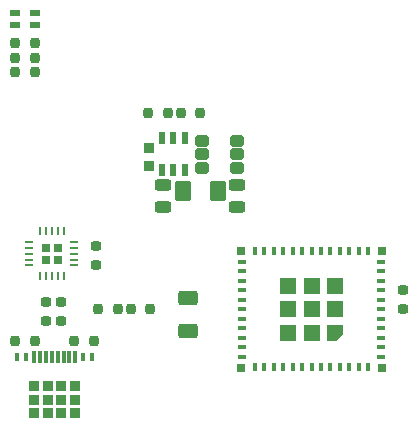
<source format=gbr>
%TF.GenerationSoftware,KiCad,Pcbnew,(6.0.2-0)*%
%TF.CreationDate,2022-03-07T07:03:39+00:00*%
%TF.ProjectId,Display,44697370-6c61-4792-9e6b-696361645f70,5*%
%TF.SameCoordinates,Original*%
%TF.FileFunction,Paste,Top*%
%TF.FilePolarity,Positive*%
%FSLAX46Y46*%
G04 Gerber Fmt 4.6, Leading zero omitted, Abs format (unit mm)*
G04 Created by KiCad (PCBNEW (6.0.2-0)) date 2022-03-07 07:03:39*
%MOMM*%
%LPD*%
G01*
G04 APERTURE LIST*
G04 Aperture macros list*
%AMRoundRect*
0 Rectangle with rounded corners*
0 $1 Rounding radius*
0 $2 $3 $4 $5 $6 $7 $8 $9 X,Y pos of 4 corners*
0 Add a 4 corners polygon primitive as box body*
4,1,4,$2,$3,$4,$5,$6,$7,$8,$9,$2,$3,0*
0 Add four circle primitives for the rounded corners*
1,1,$1+$1,$2,$3*
1,1,$1+$1,$4,$5*
1,1,$1+$1,$6,$7*
1,1,$1+$1,$8,$9*
0 Add four rect primitives between the rounded corners*
20,1,$1+$1,$2,$3,$4,$5,0*
20,1,$1+$1,$4,$5,$6,$7,0*
20,1,$1+$1,$6,$7,$8,$9,0*
20,1,$1+$1,$8,$9,$2,$3,0*%
%AMFreePoly0*
4,1,6,0.696000,-0.696000,-0.696000,-0.696000,-0.696000,0.118488,-0.118488,0.696000,0.696000,0.696000,0.696000,-0.696000,0.696000,-0.696000,$1*%
G04 Aperture macros list end*
%ADD10RoundRect,0.186000X-0.189000X-0.189000X0.189000X-0.189000X0.189000X0.189000X-0.189000X0.189000X0*%
%ADD11RoundRect,0.048500X-0.287500X-0.071500X0.287500X-0.071500X0.287500X0.071500X-0.287500X0.071500X0*%
%ADD12RoundRect,0.057500X-0.062500X-0.278500X0.062500X-0.278500X0.062500X0.278500X-0.062500X0.278500X0*%
%ADD13RoundRect,0.184000X0.272000X-0.200000X0.272000X0.200000X-0.272000X0.200000X-0.272000X-0.200000X0*%
%ADD14R,0.816000X0.480000*%
%ADD15RoundRect,0.184000X0.200000X0.272000X-0.200000X0.272000X-0.200000X-0.272000X0.200000X-0.272000X0*%
%ADD16RoundRect,0.232500X-0.232500X-0.232500X0.232500X-0.232500X0.232500X0.232500X-0.232500X0.232500X0*%
%ADD17R,0.420000X0.798000*%
%ADD18RoundRect,0.069000X-0.075000X-0.478200X0.075000X-0.478200X0.075000X0.478200X-0.075000X0.478200X0*%
%ADD19RoundRect,0.184000X-0.200000X-0.272000X0.200000X-0.272000X0.200000X0.272000X-0.200000X0.272000X0*%
%ADD20R,0.768000X0.384000*%
%ADD21R,0.384000X0.768000*%
%ADD22FreePoly0,180.000000*%
%ADD23R,1.392000X1.392000*%
%ADD24R,0.672000X0.672000*%
%ADD25RoundRect,0.225000X0.615000X-0.375000X0.615000X0.375000X-0.615000X0.375000X-0.615000X-0.375000X0*%
%ADD26RoundRect,0.207000X0.249000X-0.225000X0.249000X0.225000X-0.249000X0.225000X-0.249000X-0.225000X0*%
%ADD27RoundRect,0.250000X-0.350000X-0.250000X0.350000X-0.250000X0.350000X0.250000X-0.350000X0.250000X0*%
%ADD28RoundRect,0.220875X-0.463125X-0.619125X0.463125X-0.619125X0.463125X0.619125X-0.463125X0.619125X0*%
%ADD29R,0.576000X1.056000*%
%ADD30RoundRect,0.230000X-0.466000X0.250000X-0.466000X-0.250000X0.466000X-0.250000X0.466000X0.250000X0*%
G04 APERTURE END LIST*
D10*
%TO.C,U3*%
X88250000Y-136850000D03*
X87250000Y-136850000D03*
X87250000Y-135850000D03*
X88250000Y-135850000D03*
D11*
X85850000Y-135350000D03*
X85850000Y-135850000D03*
X85850000Y-136350000D03*
X85850000Y-136850000D03*
X85850000Y-137350000D03*
D12*
X86750000Y-138250000D03*
X87250000Y-138250000D03*
X87750000Y-138250000D03*
X88250000Y-138250000D03*
X88750000Y-138250000D03*
D11*
X89650000Y-137350000D03*
X89650000Y-136850000D03*
X89650000Y-136350000D03*
X89650000Y-135850000D03*
X89650000Y-135350000D03*
D12*
X88750000Y-134450000D03*
X88250000Y-134450000D03*
X87750000Y-134450000D03*
X87250000Y-134450000D03*
X86750000Y-134450000D03*
%TD*%
D13*
%TO.C,R1*%
X117500000Y-141075000D03*
X117500000Y-139425000D03*
%TD*%
%TO.C,R5*%
X87250000Y-142075000D03*
X87250000Y-140425000D03*
%TD*%
D14*
%TO.C,D2*%
X84625000Y-116000000D03*
X86375000Y-116000000D03*
X86375000Y-117000000D03*
X84625000Y-117000000D03*
%TD*%
D15*
%TO.C,R3*%
X91325000Y-143750000D03*
X89675000Y-143750000D03*
%TD*%
D13*
%TO.C,R4*%
X88500000Y-142075000D03*
X88500000Y-140425000D03*
%TD*%
D16*
%TO.C,J2*%
X88565000Y-149865000D03*
X86265000Y-147565000D03*
X87415000Y-147565000D03*
X88565000Y-148715000D03*
X87415000Y-149865000D03*
X86265000Y-148715000D03*
X86265000Y-149865000D03*
X87415000Y-148715000D03*
X89715000Y-148715000D03*
X89715000Y-147565000D03*
X88565000Y-147565000D03*
X89715000Y-149865000D03*
D17*
X84800000Y-145140000D03*
X85600000Y-145140000D03*
D18*
X86750000Y-145140000D03*
X87750000Y-145140000D03*
X88250000Y-145140000D03*
X89250000Y-145140000D03*
D17*
X91200000Y-145140000D03*
X90400000Y-145140000D03*
D18*
X89750000Y-145140000D03*
X88750000Y-145140000D03*
X87250000Y-145140000D03*
X86250000Y-145140000D03*
%TD*%
D19*
%TO.C,R10*%
X84675000Y-119750000D03*
X86325000Y-119750000D03*
%TD*%
D20*
%TO.C,U2*%
X115650000Y-145056750D03*
X115650000Y-144256750D03*
X115650000Y-143456750D03*
X115650000Y-142656750D03*
X115650000Y-141856750D03*
X115650000Y-141056750D03*
X115650000Y-140256750D03*
X115650000Y-139456750D03*
X115650000Y-138656750D03*
X115650000Y-137856750D03*
X115650000Y-137056750D03*
D21*
X114550000Y-136156750D03*
X113750000Y-136156750D03*
X112950000Y-136156750D03*
X112150000Y-136156750D03*
X111350000Y-136156750D03*
X110550000Y-136156750D03*
X109750000Y-136156750D03*
X108950000Y-136156750D03*
X108150000Y-136156750D03*
X107350000Y-136156750D03*
X106550000Y-136156750D03*
X105750000Y-136156750D03*
X104950000Y-136156750D03*
D20*
X103850000Y-137056750D03*
X103850000Y-137856750D03*
X103850000Y-138656750D03*
X103850000Y-139456750D03*
X103850000Y-140256750D03*
X103850000Y-141056750D03*
X103850000Y-141856750D03*
X103850000Y-142656750D03*
X103850000Y-143456750D03*
X103850000Y-144256750D03*
X103850000Y-145056750D03*
D21*
X104950000Y-145956750D03*
X105750000Y-145956750D03*
X106550000Y-145956750D03*
X107350000Y-145956750D03*
X108150000Y-145956750D03*
X108950000Y-145956750D03*
X109750000Y-145956750D03*
X110550000Y-145956750D03*
X111350000Y-145956750D03*
X112150000Y-145956750D03*
X112950000Y-145956750D03*
X113750000Y-145956750D03*
X114550000Y-145956750D03*
D22*
X111725000Y-143031750D03*
D23*
X111725000Y-139081750D03*
X107775000Y-139081750D03*
X111725000Y-141056750D03*
X109750000Y-143031750D03*
X109750000Y-139081750D03*
X107775000Y-143031750D03*
X107775000Y-141056750D03*
X109750000Y-141056750D03*
D24*
X103800000Y-146006750D03*
X103800000Y-136106750D03*
X115700000Y-136106750D03*
X115700000Y-146006750D03*
%TD*%
D25*
%TO.C,D1*%
X99250000Y-142900000D03*
X99250000Y-140100000D03*
%TD*%
D19*
%TO.C,R7*%
X94425000Y-141000000D03*
X96075000Y-141000000D03*
%TD*%
%TO.C,R9*%
X84675000Y-118500000D03*
X86325000Y-118500000D03*
%TD*%
D26*
%TO.C,U4*%
X95950000Y-128925000D03*
D27*
X100450000Y-126800000D03*
D28*
X98847500Y-131070000D03*
D27*
X100450000Y-127950000D03*
X100450000Y-129100000D03*
D29*
X99000000Y-129250000D03*
D27*
X103450000Y-129100000D03*
D26*
X95950000Y-127375000D03*
D27*
X103450000Y-126800000D03*
X103450000Y-127950000D03*
D29*
X99000000Y-126550000D03*
X97100000Y-129250000D03*
D30*
X97200000Y-130500000D03*
D29*
X98050000Y-129250000D03*
D30*
X103450000Y-132400000D03*
X97200000Y-132400000D03*
D28*
X101812500Y-131070000D03*
D29*
X98050000Y-126550000D03*
D30*
X103450000Y-130500000D03*
D29*
X97100000Y-126550000D03*
%TD*%
D19*
%TO.C,R12*%
X95925000Y-124400000D03*
X97575000Y-124400000D03*
%TD*%
%TO.C,R6*%
X91675000Y-141000000D03*
X93325000Y-141000000D03*
%TD*%
%TO.C,R11*%
X84675000Y-121000000D03*
X86325000Y-121000000D03*
%TD*%
D13*
%TO.C,C1*%
X91500000Y-137275000D03*
X91500000Y-135725000D03*
%TD*%
D15*
%TO.C,R2*%
X86325000Y-143750000D03*
X84675000Y-143750000D03*
%TD*%
%TO.C,R8*%
X100325000Y-124400000D03*
X98675000Y-124400000D03*
%TD*%
M02*

</source>
